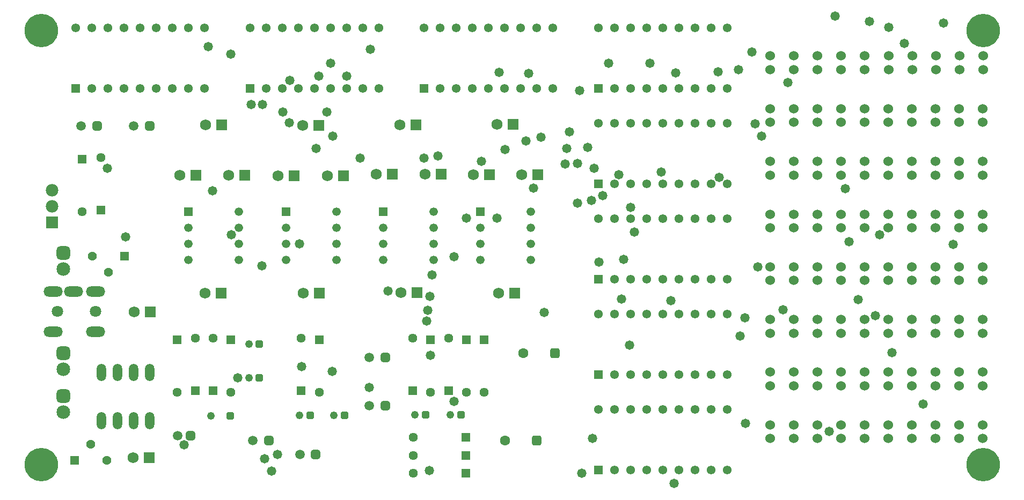
<source format=gbr>
%FSTAX23Y23*%
%MOIN*%
%SFA1B1*%

%IPPOS*%
%AMD60*
4,1,8,0.012800,0.029600,-0.012800,0.029600,-0.029600,0.012800,-0.029600,-0.012800,-0.012800,-0.029600,0.012800,-0.029600,0.029600,-0.012800,0.029600,0.012800,0.012800,0.029600,0.0*
1,1,0.033590,0.012800,0.012800*
1,1,0.033590,-0.012800,0.012800*
1,1,0.033590,-0.012800,-0.012800*
1,1,0.033590,0.012800,-0.012800*
%
%AMD62*
4,1,8,0.010000,0.024000,-0.010000,0.024000,-0.024000,0.010000,-0.024000,-0.010000,-0.010000,-0.024000,0.010000,-0.024000,0.024000,-0.010000,0.024000,0.010000,0.010000,0.024000,0.0*
1,1,0.028000,0.010000,0.010000*
1,1,0.028000,-0.010000,0.010000*
1,1,0.028000,-0.010000,-0.010000*
1,1,0.028000,0.010000,-0.010000*
%
%AMD64*
4,1,8,0.013800,0.031600,-0.013800,0.031600,-0.031600,0.013800,-0.031600,-0.013800,-0.013800,-0.031600,0.013800,-0.031600,0.031600,-0.013800,0.031600,0.013800,0.013800,0.031600,0.0*
1,1,0.035558,0.013800,0.013800*
1,1,0.035558,-0.013800,0.013800*
1,1,0.035558,-0.013800,-0.013800*
1,1,0.035558,0.013800,-0.013800*
%
%AMD71*
4,1,8,0.042400,-0.019200,0.042400,0.019200,0.019200,0.042400,-0.019200,0.042400,-0.042400,0.019200,-0.042400,-0.019200,-0.019200,-0.042400,0.019200,-0.042400,0.042400,-0.019200,0.0*
1,1,0.046386,0.019200,-0.019200*
1,1,0.046386,0.019200,0.019200*
1,1,0.046386,-0.019200,0.019200*
1,1,0.046386,-0.019200,-0.019200*
%
%ADD52C,0.060000*%
%ADD53C,0.208000*%
%ADD54C,0.056740*%
%ADD55R,0.056740X0.056740*%
%ADD56R,0.056740X0.056740*%
%ADD57R,0.068236X0.068236*%
%ADD58C,0.068236*%
%ADD59C,0.059181*%
G04~CAMADD=60~8~0.0~0.0~591.8~591.8~167.9~0.0~15~0.0~0.0~0.0~0.0~0~0.0~0.0~0.0~0.0~0~0.0~0.0~0.0~0.0~591.8~591.8*
%ADD60D60*%
%ADD61C,0.048000*%
G04~CAMADD=62~8~0.0~0.0~480.0~480.0~140.0~0.0~15~0.0~0.0~0.0~0.0~0~0.0~0.0~0.0~0.0~0~0.0~0.0~0.0~0.0~480.0~480.0*
%ADD62D62*%
%ADD63C,0.063118*%
G04~CAMADD=64~8~0.0~0.0~631.2~631.2~177.8~0.0~15~0.0~0.0~0.0~0.0~0~0.0~0.0~0.0~0.0~0~0.0~0.0~0.0~0.0~631.2~631.2*
%ADD64D64*%
%ADD65R,0.052488X0.052488*%
%ADD66C,0.052488*%
%ADD67C,0.054457*%
%ADD68R,0.054457X0.054457*%
%ADD69R,0.078000X0.078000*%
%ADD70C,0.078000*%
G04~CAMADD=71~8~0.0~0.0~847.7~847.7~231.9~0.0~15~0.0~0.0~0.0~0.0~0~0.0~0.0~0.0~0.0~0~0.0~0.0~0.0~270.0~848.0~848.0*
%ADD71D71*%
%ADD72C,0.084772*%
%ADD73R,0.056110X0.056110*%
%ADD74C,0.056110*%
%ADD75O,0.058000X0.108000*%
%ADD76O,0.120000X0.064000*%
%ADD77C,0.070992*%
%ADD78C,0.058000*%
%LNmb_spectrumanalyzer_soldermask_bot-1*%
%LPD*%
G54D52*
X05852Y01952D03*
Y02037D03*
X05999Y01952D03*
Y02037D03*
X05558Y0228D03*
Y02365D03*
X05411Y0228D03*
Y02365D03*
X05705Y0228D03*
Y02365D03*
X05264Y01952D03*
Y02037D03*
X05999Y0228D03*
Y02365D03*
X05852Y0228D03*
Y02365D03*
X05558Y01952D03*
Y02037D03*
X05411Y01952D03*
Y02037D03*
X05705Y01952D03*
Y02037D03*
X05264Y0228D03*
Y02365D03*
X05558Y01296D03*
Y01381D03*
X05705Y01296D03*
Y01381D03*
X05852Y01296D03*
Y01381D03*
X05999Y01296D03*
Y01381D03*
X05411Y01296D03*
Y01381D03*
X05852Y01624D03*
Y01709D03*
X05999Y01624D03*
Y01709D03*
X05264Y01624D03*
Y01709D03*
X05411Y01624D03*
Y01709D03*
X05705Y01624D03*
Y01709D03*
X05558Y01624D03*
Y01709D03*
X05411Y00313D03*
Y00398D03*
X04679Y02693D03*
Y02608D03*
X05413Y02693D03*
Y02608D03*
X05264Y01296D03*
Y01381D03*
X05266Y02693D03*
Y02608D03*
X04972Y02693D03*
Y02608D03*
X05119Y02693D03*
Y02608D03*
X05264Y00641D03*
Y00726D03*
X04823Y0228D03*
Y02365D03*
X0497Y0228D03*
Y02365D03*
X05117Y0228D03*
Y02365D03*
X04825Y02693D03*
Y02608D03*
X05854Y02693D03*
Y02608D03*
X05707Y02693D03*
Y02608D03*
X0556Y02693D03*
Y02608D03*
X06001Y02693D03*
Y02608D03*
X05264Y00313D03*
Y00398D03*
X05852Y00313D03*
Y00398D03*
X05705Y00313D03*
Y00398D03*
X05558Y00313D03*
Y00398D03*
X05264Y00969D03*
Y01054D03*
X05558Y00969D03*
Y01054D03*
X05705Y00969D03*
Y01054D03*
X05411Y00969D03*
Y01054D03*
X05999Y00398D03*
Y00313D03*
X05852Y00641D03*
Y00726D03*
X05999Y00641D03*
Y00726D03*
X05411Y00641D03*
Y00726D03*
X05705Y00641D03*
Y00726D03*
X05558Y00641D03*
Y00726D03*
X05852Y00969D03*
Y01054D03*
X04677Y0228D03*
Y02365D03*
X05999Y00969D03*
Y01054D03*
X04677Y00313D03*
Y00398D03*
X04823Y00641D03*
Y00726D03*
X04677Y00641D03*
Y00726D03*
X04823Y00313D03*
Y00398D03*
X04677Y00969D03*
Y01054D03*
X05117Y00969D03*
Y01054D03*
X04677Y01296D03*
Y01381D03*
X0497Y01296D03*
Y01381D03*
X05117Y01296D03*
Y01381D03*
X0497Y00969D03*
Y01054D03*
X04823Y01296D03*
Y01381D03*
Y00969D03*
Y01054D03*
X04677Y01624D03*
Y01709D03*
X04823Y01952D03*
Y02037D03*
Y01624D03*
Y01709D03*
X04677Y01952D03*
Y02037D03*
X0497Y00313D03*
Y00398D03*
Y00641D03*
Y00726D03*
X05117Y00641D03*
Y00726D03*
Y00313D03*
Y00398D03*
Y01624D03*
Y01709D03*
X0497Y01952D03*
Y02037D03*
Y01624D03*
Y01709D03*
X05117Y01952D03*
Y02037D03*
G54D53*
X0015Y0015D03*
Y0285D03*
X06Y0015D03*
Y0285D03*
G54D54*
X01107Y00938D03*
X02461Y00097D03*
Y00209D03*
Y0032D03*
X01878Y00602D03*
X01766Y00938D03*
X01329Y00601D03*
X01218Y00938D03*
X00996Y00601D03*
X00522Y0206D03*
X00406Y01723D03*
X02458Y00938D03*
X02569Y00601D03*
X02902D03*
X0268Y00938D03*
X02791Y00601D03*
G54D55*
X01107Y00611D03*
X01878Y00929D03*
X01766Y00611D03*
X01329Y00928D03*
X01218Y00611D03*
X00996Y00928D03*
X00522Y01733D03*
X00406Y0205D03*
X02458Y00611D03*
X02569Y00928D03*
X02902Y00928D03*
X0268Y00611D03*
X02791Y00928D03*
G54D56*
X02788Y00097D03*
Y00209D03*
X02788Y0032D03*
G54D57*
X03081Y02269D03*
X03236Y01955D03*
X02935D03*
X01876Y0226D03*
X01722Y01949D03*
X02332Y01956D03*
X02027Y01949D03*
X01416Y0195D03*
X0111D03*
X01271Y02264D03*
X02477Y02265D03*
X02636Y01956D03*
X03091Y01216D03*
X02485Y0122D03*
X01878Y01218D03*
X01268Y01216D03*
X00821Y00195D03*
X00829Y011D03*
G54D58*
X02981Y02269D03*
X03136Y01955D03*
X02835D03*
X01776Y0226D03*
X01622Y01949D03*
X02232Y01956D03*
X01927Y01949D03*
X01316Y0195D03*
X0101D03*
X01171Y02264D03*
X02377Y02265D03*
X02536Y01956D03*
X02991Y01216D03*
X02385Y0122D03*
X01778Y01218D03*
X01168Y01216D03*
X00721Y00195D03*
X00729Y011D03*
G54D59*
X00724Y02259D03*
X02188Y00517D03*
X02188Y00818D03*
X01466Y003D03*
X01757Y00214D03*
X00399Y02259D03*
X00998Y00332D03*
G54D60*
X00823Y02259D03*
X02287Y00517D03*
Y00818D03*
X01565Y003D03*
X01856Y00214D03*
X00498Y02259D03*
X01077Y00332D03*
G54D61*
X02691Y0046D03*
X02472D03*
X01754Y00456D03*
X01967D03*
X0144Y00691D03*
Y00901D03*
X01205Y00454D03*
G54D62*
X02757Y0046D03*
X02538D03*
X0182Y00456D03*
X02033D03*
X01506Y00691D03*
Y00901D03*
X01325Y00454D03*
G54D63*
X03145Y00845D03*
X03031Y003D03*
G54D64*
X03342Y00845D03*
X03228Y003D03*
G54D65*
X02878Y01725D03*
X02274D03*
X0167D03*
X01066D03*
G54D66*
X02878Y01625D03*
Y01525D03*
Y01425D03*
X03191D03*
Y01525D03*
Y01625D03*
Y01725D03*
X02587D03*
Y01625D03*
Y01525D03*
Y01425D03*
X02274D03*
Y01525D03*
Y01625D03*
X01983Y01725D03*
Y01625D03*
Y01525D03*
Y01425D03*
X0167D03*
Y01525D03*
Y01625D03*
X01379Y01725D03*
Y01625D03*
Y01525D03*
Y01425D03*
X01066D03*
Y01525D03*
Y01625D03*
G54D67*
X03612Y02273D03*
X03712D03*
X03812D03*
X03912D03*
X04012D03*
X04112D03*
X04212D03*
X04312D03*
X04412D03*
Y01898D03*
X04312D03*
X04212D03*
X04112D03*
X04012D03*
X03912D03*
X03812D03*
X03712D03*
X03612Y0168D03*
X03712D03*
X03812D03*
X03912D03*
X04012D03*
X04112D03*
X04212D03*
X04312D03*
X04412D03*
Y01305D03*
X04312D03*
X04212D03*
X04112D03*
X04012D03*
X03912D03*
X03812D03*
X03712D03*
X03612Y02867D03*
X03712D03*
X03812D03*
X03912D03*
X04012D03*
X04112D03*
X04212D03*
X04312D03*
X04412D03*
Y02492D03*
X04312D03*
X04212D03*
X04112D03*
X04012D03*
X03912D03*
X03812D03*
X03712D03*
X02529Y02867D03*
X02629D03*
X02729D03*
X02829D03*
X02929D03*
X03029D03*
X03129D03*
X03229D03*
X03329D03*
Y02492D03*
X03229D03*
X03129D03*
X03029D03*
X02929D03*
X02829D03*
X02729D03*
X02629D03*
X00365Y02867D03*
X00465D03*
X00565D03*
X00665D03*
X00765D03*
X00865D03*
X00965D03*
X01065D03*
X01165D03*
Y02492D03*
X01065D03*
X00965D03*
X00865D03*
X00765D03*
X00665D03*
X00565D03*
X00465D03*
X03712Y00712D03*
X03812D03*
X03912D03*
X04012D03*
X04112D03*
X04212D03*
X04312D03*
X04412D03*
Y01087D03*
X04312D03*
X04212D03*
X04112D03*
X04012D03*
X03912D03*
X03812D03*
X03712D03*
X03612D03*
X01447Y02867D03*
X01547D03*
X01647D03*
X01747D03*
X01847D03*
X01947D03*
X02047D03*
X02147D03*
X02247D03*
Y02492D03*
X02147D03*
X02047D03*
X01947D03*
X01847D03*
X01747D03*
X01647D03*
X01547D03*
X03612Y00493D03*
X03712D03*
X03812D03*
X03912D03*
X04012D03*
X04112D03*
X04212D03*
X04312D03*
X04412D03*
Y00118D03*
X04312D03*
X04212D03*
X04112D03*
X04012D03*
X03912D03*
X03812D03*
X03712D03*
G54D68*
X03612Y01898D03*
Y01305D03*
Y02492D03*
X02529D03*
X00365D03*
X03612Y00712D03*
X01447Y02492D03*
X03612Y00118D03*
G54D69*
X00219Y01657D03*
G54D70*
X00219Y01857D03*
Y01757D03*
G54D71*
X00287Y01468D03*
X00287Y00577D03*
Y00845D03*
G54D72*
X00287Y01368D03*
X00287Y00477D03*
Y00745D03*
G54D73*
X00357Y00178D03*
X00667Y01449D03*
G54D74*
X00457Y00278D03*
X00557Y00178D03*
X00467Y01449D03*
X00567Y01349D03*
G54D75*
X00526Y00424D03*
X00626D03*
X00526Y00724D03*
X00626D03*
X00826Y00424D03*
X00726D03*
Y00724D03*
X00826D03*
G54D76*
X00224Y01228D03*
Y00979D03*
X00488Y01228D03*
Y00979D03*
X0035Y01228D03*
G54D77*
X00252Y01104D03*
X00488D03*
G54D78*
X04481Y02607D03*
X04625Y02194D03*
X04353Y02594D03*
X01691Y02277D03*
X04002Y0197D03*
X01582Y00112D03*
X03273Y01097D03*
X01538Y00189D03*
X05331Y01079D03*
X03482Y01776D03*
X0348Y02023D03*
X03583Y01994D03*
X03404Y0202D03*
X02304Y0123D03*
X01331Y0158D03*
X02566Y01196D03*
X01961Y02194D03*
X01371Y0069D03*
X0165Y02344D03*
X02714Y00544D03*
X0408Y00034D03*
X03509Y00098D03*
X02562Y00113D03*
X0152Y01387D03*
X01755Y01525D03*
X02188Y0063D03*
X02981Y01684D03*
X0393Y02648D03*
X03675D03*
X02716Y01445D03*
X00676Y01567D03*
X02578Y0133D03*
X03575Y00315D03*
X05225Y01177D03*
X04521Y01065D03*
X04525Y00407D03*
X0508Y0294D03*
X05413Y0287D03*
X05293Y02909D03*
X01329Y02703D03*
X05755Y02898D03*
X01526Y02391D03*
X01456Y02392D03*
X01696Y0254D03*
X01923Y02344D03*
X03616Y01411D03*
X05168Y01538D03*
X04062Y01172D03*
X04758Y01114D03*
X03162Y02165D03*
X03545Y02124D03*
X03415Y02117D03*
X0343Y0222D03*
X03569Y01793D03*
X0381Y01751D03*
X01038Y00273D03*
X01767Y00761D03*
X01618Y00213D03*
X01949Y02647D03*
X02569Y00831D03*
X01957Y00732D03*
X0449Y00951D03*
X01858Y02117D03*
X02994Y02592D03*
X03209Y01871D03*
X03493Y02476D03*
X01873Y02567D03*
X03805Y00894D03*
X05436Y00848D03*
X05627Y00527D03*
X0056Y01995D03*
X03755Y01181D03*
X03179Y02585D03*
X04091Y02587D03*
X04362Y01936D03*
X05144Y01866D03*
X046Y0138D03*
X04585Y02272D03*
X03256Y02189D03*
X05813Y01521D03*
X04564Y02719D03*
X02195Y02735D03*
X01188Y02752D03*
X02792Y01684D03*
X02551Y01112D03*
X01213Y01855D03*
X03637Y01824D03*
X05044Y00359D03*
X03031Y02112D03*
X02613Y02072D03*
X02527Y02057D03*
X02131D03*
X05358Y01582D03*
X03834Y01597D03*
X03767Y01426D03*
X02885Y02038D03*
X02543Y01044D03*
X02047Y02567D03*
X04789Y02527D03*
X05511Y02772D03*
X03737Y01955D03*
M02*
</source>
